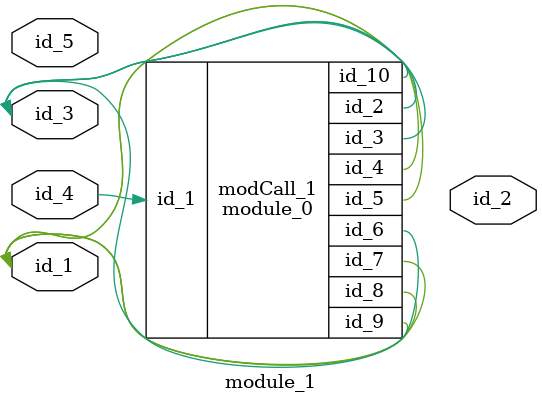
<source format=v>
module module_0 (
    id_1,
    id_2,
    id_3,
    id_4,
    id_5,
    id_6,
    id_7,
    id_8,
    id_9,
    id_10
);
  inout wire id_10;
  inout wire id_9;
  output wire id_8;
  output wire id_7;
  inout wire id_6;
  inout wire id_5;
  inout wire id_4;
  output wire id_3;
  inout wire id_2;
  input wire id_1;
  assign id_9 = 1'b0;
endmodule
module module_1 (
    id_1,
    id_2,
    id_3,
    id_4,
    id_5
);
  input wire id_5;
  input wire id_4;
  inout wire id_3;
  module_0 modCall_1 (
      id_4,
      id_3,
      id_3,
      id_1,
      id_1,
      id_3,
      id_1,
      id_1,
      id_1,
      id_3
  );
  output wire id_2;
  inout wire id_1;
  genvar id_6;
endmodule

</source>
